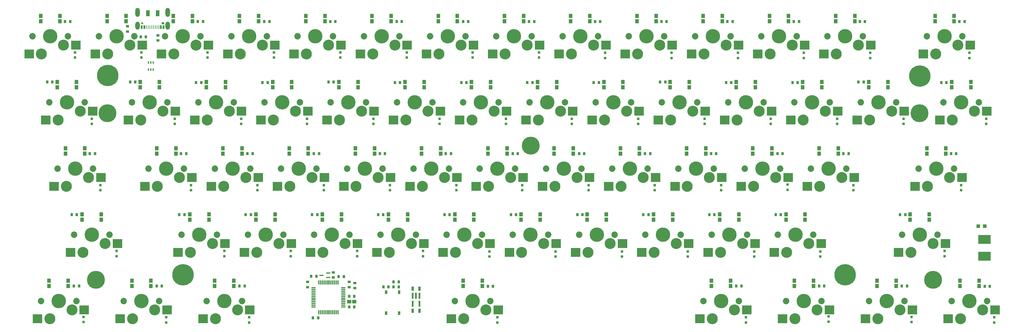
<source format=gbs>
G04*
G04 #@! TF.GenerationSoftware,Altium Limited,Altium Designer,23.0.1 (38)*
G04*
G04 Layer_Color=16711935*
%FSLAX25Y25*%
%MOIN*%
G70*
G04*
G04 #@! TF.SameCoordinates,EB104D2B-E379-4E04-930F-2E15411DD845*
G04*
G04*
G04 #@! TF.FilePolarity,Negative*
G04*
G01*
G75*
G04:AMPARAMS|DCode=12|XSize=51.18mil|YSize=90.55mil|CornerRadius=25.59mil|HoleSize=0mil|Usage=FLASHONLY|Rotation=0.000|XOffset=0mil|YOffset=0mil|HoleType=Round|Shape=RoundedRectangle|*
%AMROUNDEDRECTD12*
21,1,0.05118,0.03937,0,0,0.0*
21,1,0.00000,0.09055,0,0,0.0*
1,1,0.05118,0.00000,-0.01968*
1,1,0.05118,0.00000,-0.01968*
1,1,0.05118,0.00000,0.01968*
1,1,0.05118,0.00000,0.01968*
%
%ADD12ROUNDEDRECTD12*%
G04:AMPARAMS|DCode=13|XSize=51.18mil|YSize=102.36mil|CornerRadius=25.59mil|HoleSize=0mil|Usage=FLASHONLY|Rotation=0.000|XOffset=0mil|YOffset=0mil|HoleType=Round|Shape=RoundedRectangle|*
%AMROUNDEDRECTD13*
21,1,0.05118,0.05118,0,0,0.0*
21,1,0.00000,0.10236,0,0,0.0*
1,1,0.05118,0.00000,-0.02559*
1,1,0.05118,0.00000,-0.02559*
1,1,0.05118,0.00000,0.02559*
1,1,0.05118,0.00000,0.02559*
%
%ADD13ROUNDEDRECTD13*%
%ADD14C,0.02362*%
G04:AMPARAMS|DCode=15|XSize=33.47mil|YSize=23.62mil|CornerRadius=11.81mil|HoleSize=0mil|Usage=FLASHONLY|Rotation=0.000|XOffset=0mil|YOffset=0mil|HoleType=Round|Shape=RoundedRectangle|*
%AMROUNDEDRECTD15*
21,1,0.03347,0.00000,0,0,0.0*
21,1,0.00984,0.02362,0,0,0.0*
1,1,0.02362,0.00492,0.00000*
1,1,0.02362,-0.00492,0.00000*
1,1,0.02362,-0.00492,0.00000*
1,1,0.02362,0.00492,0.00000*
%
%ADD15ROUNDEDRECTD15*%
%ADD16C,0.16291*%
%ADD17C,0.12402*%
%ADD18C,0.07291*%
%ADD19C,0.24213*%
%ADD20C,0.20276*%
%ADD27R,0.02047X0.03937*%
%ADD28R,0.01063X0.03937*%
%ADD29R,0.03937X0.07000*%
%ADD33R,0.03150X0.03543*%
%ADD35R,0.02410X0.07107*%
%ADD36R,0.02756X0.05118*%
%ADD37R,0.01181X0.04724*%
%ADD38R,0.04724X0.01181*%
%ADD40R,0.03543X0.03150*%
%ADD41R,0.02559X0.03543*%
%ADD42R,0.03543X0.02559*%
%ADD43R,0.04600X0.01800*%
%ADD44R,0.02756X0.03937*%
%ADD45R,0.03937X0.03937*%
%ADD46R,0.01400X0.02900*%
%ADD48R,0.04091X0.04591*%
%ADD49R,0.10630X0.10433*%
%ADD50R,0.04528X0.04410*%
%ADD51R,0.13858X0.09921*%
%ADD52R,0.02559X0.02953*%
D12*
X129012Y341634D02*
D03*
X163028D02*
D03*
D13*
X129012Y356693D02*
D03*
X163028D02*
D03*
D14*
X134209Y344488D02*
D03*
D15*
X157831D02*
D03*
D16*
X759842Y180118D02*
D03*
X133366Y30512D02*
D03*
X853347Y329724D02*
D03*
X58563Y180118D02*
D03*
X423228Y105315D02*
D03*
X507382Y30512D02*
D03*
X1068406D02*
D03*
X974902D02*
D03*
X881398D02*
D03*
X787894D02*
D03*
X226870D02*
D03*
X39862D02*
D03*
X498032Y105315D02*
D03*
X348425D02*
D03*
X273622D02*
D03*
X198819D02*
D03*
X77264D02*
D03*
X797244D02*
D03*
X722441D02*
D03*
X1012303D02*
D03*
X872047D02*
D03*
X647638D02*
D03*
X572835D02*
D03*
X685039Y180118D02*
D03*
X1031004D02*
D03*
X909449D02*
D03*
X834646D02*
D03*
X460630D02*
D03*
X385827D02*
D03*
X311024D02*
D03*
X236221D02*
D03*
X161417D02*
D03*
X535433D02*
D03*
X610236D02*
D03*
X666339Y254921D02*
D03*
X591535D02*
D03*
X516732D02*
D03*
X441929D02*
D03*
X367126D02*
D03*
X142717D02*
D03*
X292323D02*
D03*
X49213D02*
D03*
X217520D02*
D03*
X890748D02*
D03*
X815945D02*
D03*
X741142D02*
D03*
X1059055D02*
D03*
X965551D02*
D03*
X928150Y329724D02*
D03*
X1040354D02*
D03*
X628937D02*
D03*
X554134D02*
D03*
X479331D02*
D03*
X404528D02*
D03*
X329724D02*
D03*
X703740D02*
D03*
X778543D02*
D03*
X254921D02*
D03*
X180118D02*
D03*
X105315D02*
D03*
X30512D02*
D03*
D17*
X749843Y160118D02*
D03*
X774843Y170118D02*
D03*
X123366Y10512D02*
D03*
X148366Y20512D02*
D03*
X843347Y309724D02*
D03*
X868347Y319724D02*
D03*
X73563Y170118D02*
D03*
X48563Y160118D02*
D03*
X438228Y95315D02*
D03*
X413228Y85315D02*
D03*
X522382Y20512D02*
D03*
X497382Y10512D02*
D03*
X1083405Y20512D02*
D03*
X1058405Y10512D02*
D03*
X989902Y20512D02*
D03*
X964902Y10512D02*
D03*
X896398Y20512D02*
D03*
X871398Y10512D02*
D03*
X802894Y20512D02*
D03*
X777894Y10512D02*
D03*
X241870Y20512D02*
D03*
X216870Y10512D02*
D03*
X54862Y20512D02*
D03*
X29862Y10512D02*
D03*
X513031Y95315D02*
D03*
X488031Y85315D02*
D03*
X363425Y95315D02*
D03*
X338425Y85315D02*
D03*
X288622Y95315D02*
D03*
X263622Y85315D02*
D03*
X213819Y95315D02*
D03*
X188819Y85315D02*
D03*
X92264Y95315D02*
D03*
X67264Y85315D02*
D03*
X812244Y95315D02*
D03*
X787244Y85315D02*
D03*
X737441Y95315D02*
D03*
X712441Y85315D02*
D03*
X1027303Y95315D02*
D03*
X1002303Y85315D02*
D03*
X887047Y95315D02*
D03*
X862047Y85315D02*
D03*
X662638Y95315D02*
D03*
X637638Y85315D02*
D03*
X587835Y95315D02*
D03*
X562835Y85315D02*
D03*
X700039Y170118D02*
D03*
X675039Y160118D02*
D03*
X1046004Y170118D02*
D03*
X1021004Y160118D02*
D03*
X924449Y170118D02*
D03*
X899449Y160118D02*
D03*
X849646Y170118D02*
D03*
X824646Y160118D02*
D03*
X475630Y170118D02*
D03*
X450630Y160118D02*
D03*
X400827Y170118D02*
D03*
X375827Y160118D02*
D03*
X326024Y170118D02*
D03*
X301024Y160118D02*
D03*
X251220Y170118D02*
D03*
X226220Y160118D02*
D03*
X176417Y170118D02*
D03*
X151417Y160118D02*
D03*
X550433Y170118D02*
D03*
X525433Y160118D02*
D03*
X625236Y170118D02*
D03*
X600236Y160118D02*
D03*
X681339Y244921D02*
D03*
X656339Y234921D02*
D03*
X606535Y244921D02*
D03*
X581535Y234921D02*
D03*
X531732Y244921D02*
D03*
X506732Y234921D02*
D03*
X456929Y244921D02*
D03*
X431929Y234921D02*
D03*
X382126Y244921D02*
D03*
X357126Y234921D02*
D03*
X157717Y244921D02*
D03*
X132717Y234921D02*
D03*
X307323Y244921D02*
D03*
X282323Y234921D02*
D03*
X64213Y244921D02*
D03*
X39213Y234921D02*
D03*
X232520Y244921D02*
D03*
X207520Y234921D02*
D03*
X905748Y244921D02*
D03*
X880748Y234921D02*
D03*
X830945Y244921D02*
D03*
X805945Y234921D02*
D03*
X756142Y244921D02*
D03*
X731142Y234921D02*
D03*
X1074055Y244921D02*
D03*
X1049055Y234921D02*
D03*
X980551Y244921D02*
D03*
X955551Y234921D02*
D03*
X943150Y319724D02*
D03*
X918150Y309724D02*
D03*
X1055354Y319724D02*
D03*
X1030354Y309724D02*
D03*
X643937Y319724D02*
D03*
X618937Y309724D02*
D03*
X569134Y319724D02*
D03*
X544134Y309724D02*
D03*
X494331Y319724D02*
D03*
X469331Y309724D02*
D03*
X419528Y319724D02*
D03*
X394528Y309724D02*
D03*
X344724Y319724D02*
D03*
X319724Y309724D02*
D03*
X718740Y319724D02*
D03*
X693740Y309724D02*
D03*
X793543Y319724D02*
D03*
X768543Y309724D02*
D03*
X269921Y319724D02*
D03*
X244921Y309724D02*
D03*
X195118Y319724D02*
D03*
X170118Y309724D02*
D03*
X120315Y319724D02*
D03*
X95315Y309724D02*
D03*
X45512Y319724D02*
D03*
X20512Y309724D02*
D03*
D18*
X779843Y180118D02*
D03*
X739843D02*
D03*
X153366Y30512D02*
D03*
X113366D02*
D03*
X873347Y329724D02*
D03*
X833346D02*
D03*
X38563Y180118D02*
D03*
X78563D02*
D03*
X403228Y105315D02*
D03*
X443228D02*
D03*
X487382Y30512D02*
D03*
X527382D02*
D03*
X1048405D02*
D03*
X1088406D02*
D03*
X954902D02*
D03*
X994902D02*
D03*
X861398D02*
D03*
X901398D02*
D03*
X767894D02*
D03*
X807894D02*
D03*
X206870D02*
D03*
X246870D02*
D03*
X19862D02*
D03*
X59862D02*
D03*
X478031Y105315D02*
D03*
X518032D02*
D03*
X328425D02*
D03*
X368425D02*
D03*
X253622D02*
D03*
X293622D02*
D03*
X178819D02*
D03*
X218819D02*
D03*
X57264D02*
D03*
X97264D02*
D03*
X777244D02*
D03*
X817244D02*
D03*
X702441D02*
D03*
X742441D02*
D03*
X992303D02*
D03*
X1032303D02*
D03*
X852047D02*
D03*
X892047D02*
D03*
X627638D02*
D03*
X667638D02*
D03*
X552835D02*
D03*
X592835D02*
D03*
X665039Y180118D02*
D03*
X705039D02*
D03*
X1011004D02*
D03*
X1051004D02*
D03*
X889449D02*
D03*
X929449D02*
D03*
X814646D02*
D03*
X854646D02*
D03*
X440630D02*
D03*
X480630D02*
D03*
X365827D02*
D03*
X405827D02*
D03*
X291024D02*
D03*
X331024D02*
D03*
X216220D02*
D03*
X256221D02*
D03*
X141417D02*
D03*
X181417D02*
D03*
X515433D02*
D03*
X555433D02*
D03*
X590236D02*
D03*
X630236D02*
D03*
X646339Y254921D02*
D03*
X686339D02*
D03*
X571535D02*
D03*
X611535D02*
D03*
X496732D02*
D03*
X536732D02*
D03*
X421929D02*
D03*
X461929D02*
D03*
X347126D02*
D03*
X387126D02*
D03*
X122716D02*
D03*
X162716D02*
D03*
X272323D02*
D03*
X312323D02*
D03*
X29213D02*
D03*
X69213D02*
D03*
X197520D02*
D03*
X237520D02*
D03*
X870748D02*
D03*
X910748D02*
D03*
X795945D02*
D03*
X835945D02*
D03*
X721142D02*
D03*
X761142D02*
D03*
X1039055D02*
D03*
X1079055D02*
D03*
X945551D02*
D03*
X985551D02*
D03*
X908150Y329724D02*
D03*
X948150D02*
D03*
X1020354D02*
D03*
X1060354D02*
D03*
X608937D02*
D03*
X648937D02*
D03*
X534134D02*
D03*
X574134D02*
D03*
X459331D02*
D03*
X499331D02*
D03*
X384528D02*
D03*
X424528D02*
D03*
X309724D02*
D03*
X349724D02*
D03*
X683740D02*
D03*
X723740D02*
D03*
X758543D02*
D03*
X798543D02*
D03*
X234921D02*
D03*
X274921D02*
D03*
X160118D02*
D03*
X200118D02*
D03*
X85315D02*
D03*
X125315D02*
D03*
X10512D02*
D03*
X50512D02*
D03*
D19*
X180315Y60079D02*
D03*
X95492Y285214D02*
D03*
X1012374Y284637D02*
D03*
X927953Y60052D02*
D03*
D20*
X81862Y54415D02*
D03*
X94884Y242758D02*
D03*
X1012139D02*
D03*
X572943Y206065D02*
D03*
X1027307Y54415D02*
D03*
D27*
X133815Y340158D02*
D03*
X136768D02*
D03*
X158224D02*
D03*
X155272D02*
D03*
D28*
X139130D02*
D03*
X141098D02*
D03*
X143067D02*
D03*
X145036D02*
D03*
X147004D02*
D03*
X148972D02*
D03*
X150941D02*
D03*
X152910D02*
D03*
D29*
X151520Y355756D02*
D03*
X140520D02*
D03*
D33*
X373789Y23758D02*
D03*
X367884D02*
D03*
Y35759D02*
D03*
X373789D02*
D03*
X556453Y128000D02*
D03*
X550547D02*
D03*
X631453D02*
D03*
X625547D02*
D03*
X705953D02*
D03*
X700047D02*
D03*
X948953Y278000D02*
D03*
X943047D02*
D03*
X780453Y128000D02*
D03*
X774547D02*
D03*
X1042453Y277500D02*
D03*
X1036547D02*
D03*
X855453Y128000D02*
D03*
X849547D02*
D03*
X995953D02*
D03*
X990047D02*
D03*
X1057047Y346500D02*
D03*
X1062953D02*
D03*
X944547D02*
D03*
X950453D02*
D03*
X1047547Y197000D02*
D03*
X1053453D02*
D03*
X870047Y346500D02*
D03*
X875953D02*
D03*
X926047Y197000D02*
D03*
X931953D02*
D03*
X795047Y346500D02*
D03*
X800953D02*
D03*
X851547Y197000D02*
D03*
X857453D02*
D03*
X412453Y46500D02*
D03*
X406547D02*
D03*
X524547Y47000D02*
D03*
X530453D02*
D03*
X200953Y277500D02*
D03*
X195047D02*
D03*
X244047Y47500D02*
D03*
X249953D02*
D03*
X275953Y277500D02*
D03*
X270047D02*
D03*
X150547Y47500D02*
D03*
X156453D02*
D03*
X350453Y278000D02*
D03*
X344547D02*
D03*
X649953Y277500D02*
D03*
X644047D02*
D03*
X57047Y47500D02*
D03*
X62953D02*
D03*
X425453Y277500D02*
D03*
X419547D02*
D03*
X60453Y128000D02*
D03*
X54547D02*
D03*
X500453Y277500D02*
D03*
X494547D02*
D03*
X574953D02*
D03*
X569047D02*
D03*
X181953Y128000D02*
D03*
X176047D02*
D03*
X256953D02*
D03*
X251047D02*
D03*
X330953Y58500D02*
D03*
X325047D02*
D03*
X331953Y128000D02*
D03*
X326047D02*
D03*
X724953Y278000D02*
D03*
X719047D02*
D03*
X406453Y128000D02*
D03*
X400547D02*
D03*
X799453Y277500D02*
D03*
X793547D02*
D03*
X272047Y346500D02*
D03*
X277953D02*
D03*
X477047Y197000D02*
D03*
X482953D02*
D03*
X197047Y346500D02*
D03*
X202953D02*
D03*
X402547Y197000D02*
D03*
X408453D02*
D03*
X328047D02*
D03*
X333953D02*
D03*
X47047Y346500D02*
D03*
X52953D02*
D03*
X776547Y197000D02*
D03*
X782453D02*
D03*
X645547Y346500D02*
D03*
X651453D02*
D03*
X571047D02*
D03*
X576953D02*
D03*
X702047Y197000D02*
D03*
X707953D02*
D03*
X496547Y346500D02*
D03*
X502453D02*
D03*
X627547Y197000D02*
D03*
X633453D02*
D03*
X421547Y346500D02*
D03*
X427453D02*
D03*
X346547D02*
D03*
X352453D02*
D03*
X552547Y197000D02*
D03*
X558453D02*
D03*
X874453Y277500D02*
D03*
X868547D02*
D03*
X253047Y197000D02*
D03*
X258953D02*
D03*
X481453Y128000D02*
D03*
X475547D02*
D03*
X1085547Y47000D02*
D03*
X1091453D02*
D03*
X178047Y197000D02*
D03*
X183953D02*
D03*
X992047Y47500D02*
D03*
X997953D02*
D03*
X75047Y197000D02*
D03*
X80953D02*
D03*
X898547Y47500D02*
D03*
X904453D02*
D03*
X32789Y278107D02*
D03*
X26884D02*
D03*
X805047Y47500D02*
D03*
X810953D02*
D03*
X126453Y278000D02*
D03*
X120547D02*
D03*
X356047Y58000D02*
D03*
X361953D02*
D03*
X720547Y346500D02*
D03*
X726453D02*
D03*
X332953Y11500D02*
D03*
X327047D02*
D03*
D35*
X439760Y27470D02*
D03*
X447240D02*
D03*
Y36529D02*
D03*
X443500D02*
D03*
X439760D02*
D03*
D36*
Y19500D02*
D03*
X447240D02*
D03*
X439760Y44500D02*
D03*
X447240D02*
D03*
D37*
X355327Y51232D02*
D03*
X353358D02*
D03*
X351390D02*
D03*
X349421D02*
D03*
X347453D02*
D03*
X345484D02*
D03*
X343516D02*
D03*
X341547D02*
D03*
X339579D02*
D03*
X337610D02*
D03*
X335642D02*
D03*
X333673D02*
D03*
Y17768D02*
D03*
X335642D02*
D03*
X337610D02*
D03*
X339579D02*
D03*
X341547D02*
D03*
X343516D02*
D03*
X345484D02*
D03*
X347453D02*
D03*
X349421D02*
D03*
X351390D02*
D03*
X353358D02*
D03*
X355327D02*
D03*
D38*
X327768Y45327D02*
D03*
Y43358D02*
D03*
Y41390D02*
D03*
Y39421D02*
D03*
Y37453D02*
D03*
Y35484D02*
D03*
Y33516D02*
D03*
Y31547D02*
D03*
Y29579D02*
D03*
Y27610D02*
D03*
Y25642D02*
D03*
Y23673D02*
D03*
X361232D02*
D03*
Y25642D02*
D03*
Y27610D02*
D03*
Y29579D02*
D03*
Y31547D02*
D03*
Y33516D02*
D03*
Y35484D02*
D03*
Y37453D02*
D03*
Y39421D02*
D03*
Y41390D02*
D03*
Y43358D02*
D03*
Y45327D02*
D03*
D40*
X321000Y46047D02*
D03*
Y51953D02*
D03*
X117837Y341060D02*
D03*
Y335154D02*
D03*
X368000Y46047D02*
D03*
Y51953D02*
D03*
D41*
X423854Y46500D02*
D03*
X418146D02*
D03*
X138354Y329000D02*
D03*
X132646D02*
D03*
X418146Y52000D02*
D03*
X423854D02*
D03*
D42*
X350000Y57000D02*
D03*
Y62709D02*
D03*
X152000Y330854D02*
D03*
Y325146D02*
D03*
X374500Y50854D02*
D03*
Y45146D02*
D03*
D43*
X344350Y62059D02*
D03*
Y56941D02*
D03*
X336650Y59500D02*
D03*
D44*
X409717Y40311D02*
D03*
Y16689D02*
D03*
X424284Y40311D02*
D03*
Y16689D02*
D03*
D45*
X1078457Y115000D02*
D03*
X1085543D02*
D03*
D46*
X141441Y300100D02*
D03*
X144000D02*
D03*
X146559D02*
D03*
Y291900D02*
D03*
X144000D02*
D03*
X141441D02*
D03*
D48*
X692940Y352724D02*
D03*
Y346724D02*
D03*
X714540D02*
D03*
Y352724D02*
D03*
X1079206Y53512D02*
D03*
Y47512D02*
D03*
X1057605D02*
D03*
Y53512D02*
D03*
X985702D02*
D03*
Y47512D02*
D03*
X964102D02*
D03*
Y53512D02*
D03*
X892198D02*
D03*
Y47512D02*
D03*
X870598D02*
D03*
Y53512D02*
D03*
X798694D02*
D03*
Y47512D02*
D03*
X777094D02*
D03*
Y53512D02*
D03*
X518182D02*
D03*
Y47512D02*
D03*
X496582D02*
D03*
Y53512D02*
D03*
X237670D02*
D03*
Y47512D02*
D03*
X216070D02*
D03*
Y53512D02*
D03*
X144166D02*
D03*
Y47512D02*
D03*
X122566D02*
D03*
Y53512D02*
D03*
X50662D02*
D03*
Y47512D02*
D03*
X29062D02*
D03*
Y53512D02*
D03*
X66464Y122315D02*
D03*
Y128315D02*
D03*
X88064D02*
D03*
Y122315D02*
D03*
X188019D02*
D03*
Y128315D02*
D03*
X209619D02*
D03*
Y122315D02*
D03*
X262822D02*
D03*
Y128315D02*
D03*
X284422D02*
D03*
Y122315D02*
D03*
X337625D02*
D03*
Y128315D02*
D03*
X359225D02*
D03*
Y122315D02*
D03*
X412428D02*
D03*
Y128315D02*
D03*
X434028D02*
D03*
Y122315D02*
D03*
X487231D02*
D03*
Y128315D02*
D03*
X508832D02*
D03*
Y122315D02*
D03*
X562035D02*
D03*
Y128315D02*
D03*
X583635D02*
D03*
Y122315D02*
D03*
X636838D02*
D03*
Y128315D02*
D03*
X658438D02*
D03*
Y122315D02*
D03*
X711641D02*
D03*
Y128315D02*
D03*
X733241D02*
D03*
Y122315D02*
D03*
X786444D02*
D03*
Y128315D02*
D03*
X808044D02*
D03*
Y122315D02*
D03*
X861247D02*
D03*
Y128315D02*
D03*
X882847D02*
D03*
Y122315D02*
D03*
X1001503D02*
D03*
Y128315D02*
D03*
X1023103D02*
D03*
Y122315D02*
D03*
X1041804Y203118D02*
D03*
Y197118D02*
D03*
X1020204D02*
D03*
Y203118D02*
D03*
X920249D02*
D03*
Y197118D02*
D03*
X898649D02*
D03*
Y203118D02*
D03*
X845446D02*
D03*
Y197118D02*
D03*
X823846D02*
D03*
Y203118D02*
D03*
X770643D02*
D03*
Y197118D02*
D03*
X749043D02*
D03*
Y203118D02*
D03*
X695839D02*
D03*
Y197118D02*
D03*
X674239D02*
D03*
Y203118D02*
D03*
X621036D02*
D03*
Y197118D02*
D03*
X599436D02*
D03*
Y203118D02*
D03*
X546233D02*
D03*
Y197118D02*
D03*
X524633D02*
D03*
Y203118D02*
D03*
X471430D02*
D03*
Y197118D02*
D03*
X449830D02*
D03*
Y203118D02*
D03*
X396627D02*
D03*
Y197118D02*
D03*
X375027D02*
D03*
Y203118D02*
D03*
X321824D02*
D03*
Y197118D02*
D03*
X300224D02*
D03*
Y203118D02*
D03*
X247021D02*
D03*
Y197118D02*
D03*
X225420D02*
D03*
Y203118D02*
D03*
X172217D02*
D03*
Y197118D02*
D03*
X150617D02*
D03*
Y203118D02*
D03*
X69363D02*
D03*
Y197118D02*
D03*
X47763D02*
D03*
Y203118D02*
D03*
X38413Y271921D02*
D03*
Y277921D02*
D03*
X60013D02*
D03*
Y271921D02*
D03*
X131916D02*
D03*
Y277921D02*
D03*
X153516D02*
D03*
Y271921D02*
D03*
X206720D02*
D03*
Y277921D02*
D03*
X228320D02*
D03*
Y271921D02*
D03*
X281523D02*
D03*
Y277921D02*
D03*
X303123D02*
D03*
Y271921D02*
D03*
X356326D02*
D03*
Y277921D02*
D03*
X377926D02*
D03*
Y271921D02*
D03*
X431129D02*
D03*
Y277921D02*
D03*
X452729D02*
D03*
Y271921D02*
D03*
X505932D02*
D03*
Y277921D02*
D03*
X527532D02*
D03*
Y271921D02*
D03*
X580735D02*
D03*
Y277921D02*
D03*
X602335D02*
D03*
Y271921D02*
D03*
X655539D02*
D03*
Y277921D02*
D03*
X677139D02*
D03*
Y271921D02*
D03*
X730342D02*
D03*
Y277921D02*
D03*
X751942D02*
D03*
Y271921D02*
D03*
X805145D02*
D03*
Y277921D02*
D03*
X826745D02*
D03*
Y271921D02*
D03*
X879948D02*
D03*
Y277921D02*
D03*
X901548D02*
D03*
Y271921D02*
D03*
X954751D02*
D03*
Y277921D02*
D03*
X976351D02*
D03*
Y271921D02*
D03*
X1048255D02*
D03*
Y277921D02*
D03*
X1069855D02*
D03*
Y271921D02*
D03*
X1051154Y352724D02*
D03*
Y346724D02*
D03*
X1029554D02*
D03*
Y352724D02*
D03*
X938950D02*
D03*
Y346724D02*
D03*
X917350D02*
D03*
Y352724D02*
D03*
X864147D02*
D03*
Y346724D02*
D03*
X842546D02*
D03*
Y352724D02*
D03*
X789343D02*
D03*
Y346724D02*
D03*
X767743D02*
D03*
Y352724D02*
D03*
X639737D02*
D03*
Y346724D02*
D03*
X618137D02*
D03*
Y352724D02*
D03*
X564934D02*
D03*
Y346724D02*
D03*
X543334D02*
D03*
Y352724D02*
D03*
X490131D02*
D03*
Y346724D02*
D03*
X468531D02*
D03*
Y352724D02*
D03*
X415328D02*
D03*
Y346724D02*
D03*
X393728D02*
D03*
Y352724D02*
D03*
X340524D02*
D03*
Y346724D02*
D03*
X318924D02*
D03*
Y352724D02*
D03*
X265721D02*
D03*
Y346724D02*
D03*
X244121D02*
D03*
Y352724D02*
D03*
X190918D02*
D03*
Y346724D02*
D03*
X169318D02*
D03*
Y352724D02*
D03*
X116115D02*
D03*
Y346724D02*
D03*
X94515D02*
D03*
Y352724D02*
D03*
X41312D02*
D03*
Y346724D02*
D03*
X19712D02*
D03*
Y352724D02*
D03*
D49*
X788819Y170118D02*
D03*
X735866Y160118D02*
D03*
X162343Y20512D02*
D03*
X109390Y10512D02*
D03*
X882323Y319724D02*
D03*
X829370Y309724D02*
D03*
X34587Y160118D02*
D03*
X87539Y170118D02*
D03*
X399252Y85315D02*
D03*
X452205Y95315D02*
D03*
X483405Y10512D02*
D03*
X536358Y20512D02*
D03*
X1044429Y10512D02*
D03*
X1097382Y20512D02*
D03*
X950925Y10512D02*
D03*
X1003878Y20512D02*
D03*
X857421Y10512D02*
D03*
X910374Y20512D02*
D03*
X763917Y10512D02*
D03*
X816870Y20512D02*
D03*
X202894Y10512D02*
D03*
X255847Y20512D02*
D03*
X15886Y10512D02*
D03*
X68839Y20512D02*
D03*
X474055Y85315D02*
D03*
X527008Y95315D02*
D03*
X324449Y85315D02*
D03*
X377402Y95315D02*
D03*
X249646Y85315D02*
D03*
X302598Y95315D02*
D03*
X174843Y85315D02*
D03*
X227795Y95315D02*
D03*
X53287Y85315D02*
D03*
X106240Y95315D02*
D03*
X773268Y85315D02*
D03*
X826221Y95315D02*
D03*
X698465Y85315D02*
D03*
X751417Y95315D02*
D03*
X988327Y85315D02*
D03*
X1041280Y95315D02*
D03*
X848071Y85315D02*
D03*
X901024Y95315D02*
D03*
X623661Y85315D02*
D03*
X676614Y95315D02*
D03*
X548858Y85315D02*
D03*
X601811Y95315D02*
D03*
X661063Y160118D02*
D03*
X714016Y170118D02*
D03*
X1007028Y160118D02*
D03*
X1059980Y170118D02*
D03*
X885472Y160118D02*
D03*
X938425Y170118D02*
D03*
X810669Y160118D02*
D03*
X863622Y170118D02*
D03*
X436654Y160118D02*
D03*
X489606Y170118D02*
D03*
X361850Y160118D02*
D03*
X414803Y170118D02*
D03*
X287047Y160118D02*
D03*
X340000Y170118D02*
D03*
X212244Y160118D02*
D03*
X265197Y170118D02*
D03*
X137441Y160118D02*
D03*
X190394Y170118D02*
D03*
X511457Y160118D02*
D03*
X564409Y170118D02*
D03*
X586260Y160118D02*
D03*
X639213Y170118D02*
D03*
X642362Y234921D02*
D03*
X695315Y244921D02*
D03*
X567559Y234921D02*
D03*
X620512Y244921D02*
D03*
X492756Y234921D02*
D03*
X545709Y244921D02*
D03*
X417953Y234921D02*
D03*
X470905Y244921D02*
D03*
X343150Y234921D02*
D03*
X396102Y244921D02*
D03*
X118740Y234921D02*
D03*
X171693Y244921D02*
D03*
X268347Y234921D02*
D03*
X321299Y244921D02*
D03*
X25236Y234921D02*
D03*
X78189Y244921D02*
D03*
X193543Y234921D02*
D03*
X246496Y244921D02*
D03*
X866772Y234921D02*
D03*
X919724Y244921D02*
D03*
X791968Y234921D02*
D03*
X844921Y244921D02*
D03*
X717165Y234921D02*
D03*
X770118Y244921D02*
D03*
X1035079Y234921D02*
D03*
X1088031Y244921D02*
D03*
X941575Y234921D02*
D03*
X994528Y244921D02*
D03*
X904173Y309724D02*
D03*
X957126Y319724D02*
D03*
X1016378Y309724D02*
D03*
X1069331Y319724D02*
D03*
X604961Y309724D02*
D03*
X657913Y319724D02*
D03*
X530158Y309724D02*
D03*
X583110Y319724D02*
D03*
X455354Y309724D02*
D03*
X508307Y319724D02*
D03*
X380551Y309724D02*
D03*
X433504Y319724D02*
D03*
X305748Y309724D02*
D03*
X358701Y319724D02*
D03*
X679764Y309724D02*
D03*
X732717Y319724D02*
D03*
X754567Y309724D02*
D03*
X807520Y319724D02*
D03*
X230945Y309724D02*
D03*
X283898Y319724D02*
D03*
X156142Y309724D02*
D03*
X209095Y319724D02*
D03*
X81339Y309724D02*
D03*
X134291Y319724D02*
D03*
X6535Y309724D02*
D03*
X59488Y319724D02*
D03*
D50*
X367943Y29759D02*
D03*
X373730D02*
D03*
D51*
X1085500Y81032D02*
D03*
Y99968D02*
D03*
D52*
X1040500Y81043D02*
D03*
Y86957D02*
D03*
X1096500Y6043D02*
D03*
Y11957D02*
D03*
X1003000Y6543D02*
D03*
Y12457D02*
D03*
X816000Y6043D02*
D03*
Y11957D02*
D03*
X909500Y7000D02*
D03*
Y12913D02*
D03*
X535500Y6043D02*
D03*
Y11957D02*
D03*
X161500Y6043D02*
D03*
Y11957D02*
D03*
X255000Y6043D02*
D03*
Y11957D02*
D03*
X68000Y6543D02*
D03*
Y12457D02*
D03*
X694500Y230543D02*
D03*
Y236457D02*
D03*
X470000Y230543D02*
D03*
Y236457D02*
D03*
X545000Y230543D02*
D03*
Y236457D02*
D03*
X619500Y230543D02*
D03*
Y236457D02*
D03*
X395500Y230543D02*
D03*
Y236457D02*
D03*
X189500Y155543D02*
D03*
Y161457D02*
D03*
X302000Y81043D02*
D03*
Y86957D02*
D03*
X227000Y81043D02*
D03*
Y86957D02*
D03*
X87000Y155543D02*
D03*
Y161457D02*
D03*
X638500Y155543D02*
D03*
Y161457D02*
D03*
X563500Y155543D02*
D03*
Y161457D02*
D03*
X414000Y155543D02*
D03*
Y161457D02*
D03*
X339500Y155543D02*
D03*
Y161457D02*
D03*
X264500Y155543D02*
D03*
Y161457D02*
D03*
X489000Y155543D02*
D03*
Y161457D02*
D03*
X133500Y305543D02*
D03*
Y311457D02*
D03*
X358000Y305543D02*
D03*
Y311457D02*
D03*
X582500Y305543D02*
D03*
Y311457D02*
D03*
X507500Y305543D02*
D03*
Y311457D02*
D03*
X657000Y305043D02*
D03*
Y310957D02*
D03*
X433000Y305543D02*
D03*
Y311457D02*
D03*
X208000Y305543D02*
D03*
Y311457D02*
D03*
X956500Y305043D02*
D03*
Y310957D02*
D03*
X807000Y305043D02*
D03*
Y310957D02*
D03*
X732000Y305043D02*
D03*
Y310957D02*
D03*
X881500Y305043D02*
D03*
Y310957D02*
D03*
X1068500Y305043D02*
D03*
Y310957D02*
D03*
X246000Y230543D02*
D03*
Y236457D02*
D03*
X171000Y230543D02*
D03*
Y236457D02*
D03*
X77500Y230543D02*
D03*
Y236457D02*
D03*
X919000Y230543D02*
D03*
Y236457D02*
D03*
X844000Y230543D02*
D03*
Y236457D02*
D03*
X769500Y230543D02*
D03*
Y236457D02*
D03*
X994000Y230543D02*
D03*
Y236457D02*
D03*
X1087500Y230543D02*
D03*
Y236457D02*
D03*
X451500Y81043D02*
D03*
Y86957D02*
D03*
X601000Y80543D02*
D03*
Y86457D02*
D03*
X526500Y80543D02*
D03*
Y86457D02*
D03*
X750500Y80543D02*
D03*
Y86457D02*
D03*
X676000Y80543D02*
D03*
Y86457D02*
D03*
X377000Y81043D02*
D03*
Y86957D02*
D03*
X58500Y305543D02*
D03*
Y311457D02*
D03*
X320500Y230543D02*
D03*
Y236457D02*
D03*
X283000Y305543D02*
D03*
Y311457D02*
D03*
X105500Y81043D02*
D03*
Y86957D02*
D03*
X1059000Y155543D02*
D03*
Y161457D02*
D03*
X937500Y155543D02*
D03*
Y161457D02*
D03*
X863000Y156043D02*
D03*
Y161957D02*
D03*
X788000Y155543D02*
D03*
Y161457D02*
D03*
X713000Y155543D02*
D03*
Y161457D02*
D03*
X825500Y80543D02*
D03*
Y86457D02*
D03*
X900000Y80543D02*
D03*
Y86457D02*
D03*
M02*

</source>
